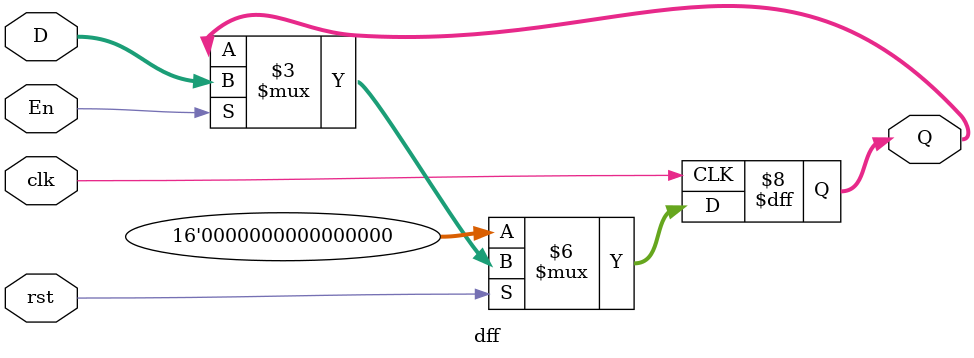
<source format=v>
module dff #(
parameter k = 16
) (
    input clk,
    input rst,
    input [k-1:0] D,
    input En,
    output reg [k-1:0] Q
);

always @(negedge clk ) begin
    if(!rst)
        Q <= 0;
    else if(En) 
        Q <= D;

end
endmodule

</source>
